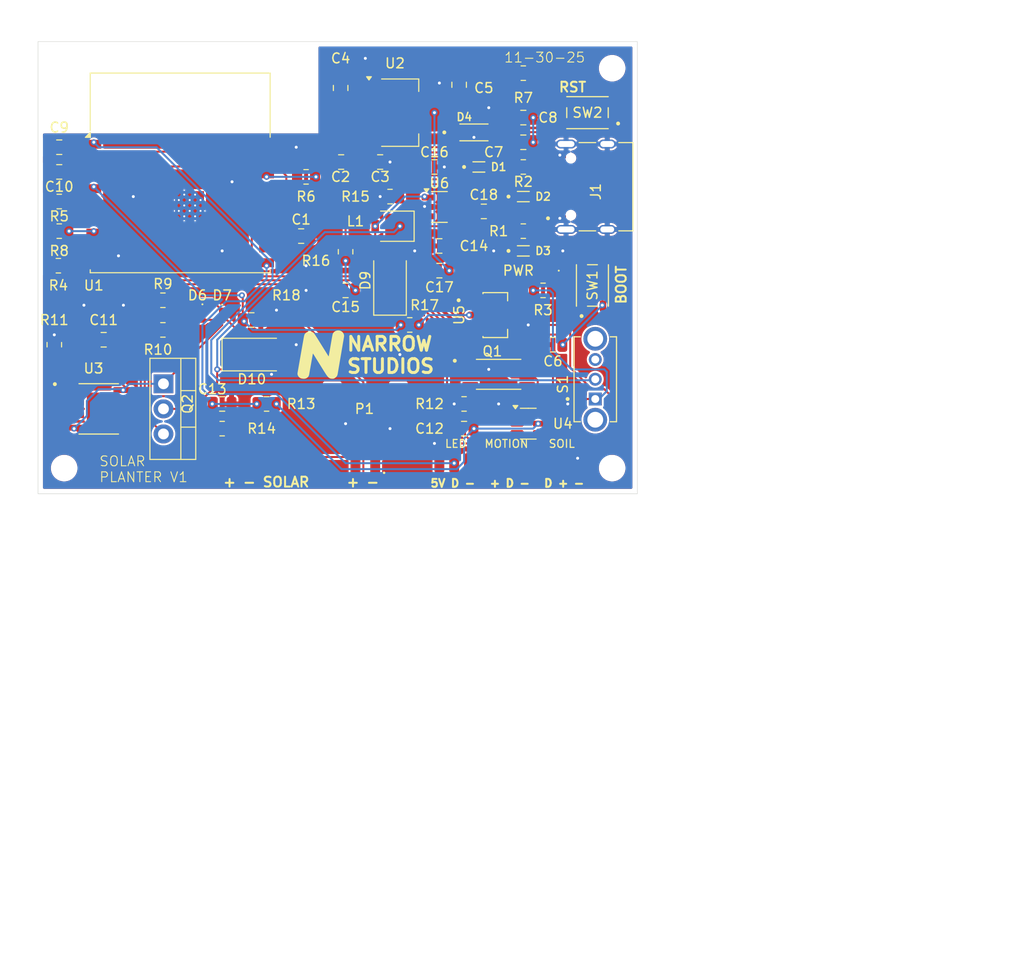
<source format=kicad_pcb>
(kicad_pcb (version 20240108) (generator "pcbnew") (generator_version "8.0")
  (layers (0 "F.Cu" signal) (31 "B.Cu" signal) (34 "B.Paste" user) (35 "F.Paste" user) (36 "B.SilkS" user "B.Silkscreen") (37 "F.SilkS" user "F.Silkscreen") (38 "B.Mask" user) (39 "F.Mask" user) (44 "Edge.Cuts" user))
  (net 0 "")
  (net 1 "GND")
  (net 2 "D-")
  (net 3 "VCC_5V")
  (net 4 "GPIO9")
  (net 5 "CHIP_PU")
  (net 6 "5V+")
  (net 7 "Net-(U4-VCC)")
  (net 8 "B-")
  (net 9 "B+")
  (net 10 "OUT+")
  (net 11 "BOOSTED_5V")
  (net 12 "D+")
  (net 13 "VBUS")
  (net 14 "Net-(D5-A)")
  (net 15 "Net-(D6-K)")
  (net 16 "Net-(D7-K)")
  (net 17 "Net-(D9-A)")
  (net 20 "Net-(J1-CC1)")
  (net 21 "Net-(J1-CC2)")
  (net 22 "A1")
  (net 23 "GPIO10")
  (net 24 "GPIO4")
  (net 26 "Net-(U4-OD)")
  (net 28 "Net-(U4-OC)")
  (net 29 "Net-(U1-IO2)")
  (net 30 "Net-(U1-IO8)")
  (net 31 "Net-(U3-~{CHRG})")
  (net 32 "Net-(U3-~{STDBY})")
  (net 33 "Net-(U3-PROG)")
  (net 34 "Net-(U4-CS)")
  (net 35 "Net-(U6-FB)")
  (net 36 "BAT_LVL")
  (net 37 "Net-(U1-3V3)")
  (net 48 "ESP_3V3")
  (footprint "Resistor_SMD:R_0805_2012Metric" (layer "F.Cu") (at 96 67.5)
    (property "Reference" "R9")
    (property "Value" "1k")
  )
  (footprint "Connector_Wire:SolderWirePad_1x01_SMD_1x2mm" (layer "F.Cu") (at 138 84)
    (property "Reference" "J3" (hide yes))
    (property "Value" "GND")
  )
  (footprint "Connector_Wire:SolderWirePad_1x01_SMD_1x2mm" (layer "F.Cu") (at 129.5 84)
    (property "Reference" "J7" (hide yes))
    (property "Value" "VCC_3V3")
  )
  (footprint "Resistor_SMD:R_0805_2012Metric" (layer "F.Cu") (at 119 57 180)
    (property "Reference" "R15")
    (property "Value" "1k")
  )
  (footprint "Resistor_SMD:R_0805_2012Metric" (layer "F.Cu") (at 132.5 60.5 180)
    (property "Reference" "R1")
    (property "Value" "5k1")
  )
  (footprint "Diode_SMD:D_SMP_DO-220AA" (layer "F.Cu") (at 119.1525 60 180)
    (property "Reference" "L1")
    (property "Value" "CD32")
  )
  (footprint "Package_TO_SOT_SMD:SOT-223-3_TabPin2" (layer "F.Cu") (at 120 48.5)
    (property "Reference" "U2")
    (property "Value" "AMS1117-3.3")
  )
  (footprint "Package_TO_SOT_SMD:SOT-23-6" (layer "F.Cu") (at 124 58.05)
    (property "Reference" "U6")
    (property "Value" "MT3608")
  )
  (footprint "Resistor_SMD:R_0805_2012Metric" (layer "F.Cu") (at 96 70.5)
    (property "Reference" "R10")
    (property "Value" "1k")
  )
  (footprint "Resistor_SMD:R_0805_2012Metric" (layer "F.Cu") (at 132.5 54 180)
    (property "Reference" "R2")
    (property "Value" "5k1")
  )
  (footprint "Connector_Wire:SolderWirePad_1x01_SMD_1x2mm" (layer "F.Cu") (at 105 84)
    (property "Reference" "J14" (hide yes))
    (property "Value" "GND")
  )
  (footprint "Connector_Wire:SolderWirePad_1x01_SMD_1x2mm" (layer "F.Cu") (at 127 84)
    (property "Reference" "J8" (hide yes))
    (property "Value" "GND")
  )
  (footprint "1N5819HW-7-F:SOD3715X145N" (layer "F.Cu") (at 127.5 50.5)
    (property "Reference" "D4")
    (property "Value" "1N5819HW-7-F")
  )
  (footprint "Capacitor_SMD:C_0805_2012Metric" (layer "F.Cu") (at 128.5 58.5)
    (property "Reference" "C18")
    (property "Value" "10uF")
  )
  (footprint "Connector_Wire:SolderWirePad_1x01_SMD_1x2mm" (layer "F.Cu") (at 125.5 84)
    (property "Reference" "J10" (hide yes))
    (property "Value" "DATA")
  )
  (footprint "EG1247:SW_EG1247" (layer "F.Cu") (at 139.7875 75.5 90)
    (property "Reference" "S1")
    (property "Value" "EG1247")
  )
  (footprint "S2B-PH-SM4-TB:JST_S2B-PH-SM4-TB" (layer "F.Cu") (at 116.5 83.375)
    (property "Reference" "P1")
    (property "Value" "S2B-PH-SM4-TB")
  )
  (footprint "Resistor_SMD:R_0805_2012Metric" (layer "F.Cu") (at 134.5 66.5)
    (property "Reference" "R3")
    (property "Value" "75")
  )
  (footprint "Connector_Wire:SolderWirePad_1x01_SMD_1x2mm" (layer "F.Cu") (at 135 84)
    (property "Reference" "J6" (hide yes))
    (property "Value" "DATA")
  )
  (footprint "Package_TO_SOT_THT:TO-220-3_Vertical" (layer "F.Cu") (at 96.055 75.96 -90)
    (property "Reference" "Q2")
    (property "Value" "FQP27P06")
  )
  (footprint "TYPE-C-31-M-12:HRO_TYPE-C-31-M-12" (layer "F.Cu") (at 141 56 90)
    (property "Reference" "J1")
    (property "Value" "TYPE-C-31-M-12")
  )
  (footprint "Resistor_SMD:R_0805_2012Metric" (layer "F.Cu") (at 85 72 90)
    (property "Reference" "R11")
    (property "Value" "10k")
  )
  (footprint "PTS810_SJM_250_SMTR_LFS:SW_PTS810_SJM_250_SMTR_LFS" (layer "F.Cu") (at 139 48.5 180)
    (property "Reference" "SW2")
    (property "Value" "PTS810_SJM_250_SMTR_LFS")
  )
  (footprint "Resistor_SMD:R_0805_2012Metric" (layer "F.Cu") (at 126.5 78 180)
    (property "Reference" "R12")
    (property "Value" "1k")
  )
  (footprint "Capacitor_SMD:C_0805_2012Metric" (layer "F.Cu") (at 114.5 66.5 180)
    (property "Reference" "C15")
    (property "Value" "22uF")
  )
  (footprint "Capacitor_SMD:C_0805_2012Metric" (layer "F.Cu") (at 124 64.5 180)
    (property "Reference" "C17")
    (property "Value" "10uF")
  )
  (footprint "Diode_SMD:D_SMA" (layer "F.Cu") (at 105.5 73)
    (property "Reference" "D10")
    (property "Value" "SS24")
  )
  (footprint "MountingHole:MountingHole_2.2mm_M2" (layer "F.Cu") (at 86 44)
    (property "Reference" "H4" (hide yes))
    (property "Value" "MountingHole")
  )
  (footprint "Resistor_SMD:R_0805_2012Metric" (layer "F.Cu") (at 110.5 55)
    (property "Reference" "R6")
    (property "Value" "10k")
  )
  (footprint "Capacitor_SMD:C_0805_2012Metric" (layer "F.Cu") (at 85.5 54.5 180)
    (property "Reference" "C10")
    (property "Value" "0u1F")
  )
  (footprint "Kicad-footprints:ns-logo" (layer "F.Cu") (at 112 73)
    (property "Reference" "e" (hide yes))
    (property "Value" "LOGO" (hide yes))
  )
  (footprint "MountingHole:MountingHole_2.2mm_M2" (layer "F.Cu") (at 86 84.5)
    (property "Reference" "H3" (hide yes))
    (property "Value" "MountingHole")
  )
  (footprint "Capacitor_SMD:C_0805_2012Metric" (layer "F.Cu") (at 124 62 180)
    (property "Reference" "C14")
    (property "Value" "22uF")
  )
  (footprint "Resistor_SMD:R_0805_2012Metric" (layer "F.Cu") (at 132.5 44.5)
    (property "Reference" "R7")
    (property "Value" "10k")
  )
  (footprint "Package_TO_SOT_SMD:SOT-23-6" (layer "F.Cu") (at 133 80)
    (property "Reference" "U4")
    (property "Value" "DW01A")
  )
  (footprint "Capacitor_SMD:C_0805_2012Metric" (layer "F.Cu") (at 123.5 54)
    (property "Reference" "C16")
    (property "Value" "22pF")
  )
  (footprint "RF_Module:ESP32-C3-WROOM-02" (layer "F.Cu") (at 97.75 57.7)
    (property "Reference" "U1")
    (property "Value" "ESP32-C3-WROOM-02")
  )
  (footprint "Capacitor_SMD:C_0805_2012Metric" (layer "F.Cu") (at 132.5 51.5 180)
    (property "Reference" "C7")
    (property "Value" "0u1F")
  )
  (footprint "Connector_Wire:SolderWirePad_1x01_SMD_1x2mm" (layer "F.Cu") (at 131 84)
    (property "Reference" "J13" (hide yes))
    (property "Value" "DATA")
  )
  (footprint "Resistor_SMD:R_0805_2012Metric" (layer "F.Cu") (at 105 69.5)
    (property "Reference" "R18")
    (property "Value" "100k")
  )
  (footprint "Resistor_SMD:R_0805_2012Metric" (layer "F.Cu") (at 121 70 180)
    (property "Reference" "R17")
    (property "Value" "27k")
  )
  (footprint "PTS810_SJM_250_SMTR_LFS:SW_PTS810_SJM_250_SMTR_LFS" (layer "F.Cu") (at 139.5 66 90)
    (property "Reference" "SW1")
    (property "Value" "PTS810_SJM_250_SMTR_LFS")
  )
  (footprint "LED_SMD:LED_0402_1005Metric" (layer "F.Cu") (at 100 69 -90)
    (property "Reference" "D6")
    (property "Value" "B")
  )
  (footprint "Capacitor_SMD:C_0805_2012Metric" (layer "F.Cu") (at 102 78)
    (property "Reference" "C13")
    (property "Value" "10uF")
  )
  (footprint "Connector_Wire:SolderWirePad_1x01_SMD_1x2mm" (layer "F.Cu") (at 136.5 84)
    (property "Reference" "J12" (hide yes))
    (property "Value" "VCC_3V3")
  )
  (footprint "Capacitor_SMD:C_0805_2012Metric" (layer "F.Cu") (at 114 46 90)
    (property "Reference" "C4")
    (property "Value" "10uF")
  )
  (footprint "Resistor_SMD:R_0805_2012Metric" (layer "F.Cu") (at 85.5 57.5)
    (property "Reference" "R5")
    (property "Value" "10k")
  )
  (footprint "MountingHole:MountingHole_2.2mm_M2" (layer "F.Cu") (at 141.5 84.5)
    (property "Reference" "H1" (hide yes))
    (property "Value" "MountingHole")
  )
  (footprint "Resistor_SMD:R_0805_2012Metric" (layer "F.Cu") (at 114.5 62.5875 -90)
    (property "Reference" "R16")
    (property "Value" "7.5k")
  )
  (footprint "Connector_Wire:SolderWirePad_1x01_SMD_1x2mm" (layer "F.Cu") (at 124 84 180)
    (property "Reference" "J9" (hide yes))
    (property "Value" "5V")
  )
  (footprint "MountingHole:MountingHole_2.2mm_M2" (layer "F.Cu") (at 141.5 44)
    (property "Reference" "H2" (hide yes))
    (property "Value" "MountingHole")
  )
  (footprint "FS8205A:SOP65P640X120-8N" (layer "F.Cu") (at 130 75)
    (property "Reference" "Q1")
    (property "Value" "FS8205A")
  )
  (footprint "LED_SMD:LED_0402_1005Metric" (layer "F.Cu") (at 102 69.03 -90)
    (property "Reference" "D7")
    (property "Value" "R")
  )
  (footprint "TP4056:SOP127P600X175-9N" (layer "F.Cu") (at 89.5 78.5)
    (property "Reference" "U3")
    (property "Value" "TP4056")
  )
  (footprint "Capacitor_SMD:C_0805_2012Metric" (layer "F.Cu") (at 132.5 49 180)
    (property "Reference" "C8")
    (property "Value" "1uF")
  )
  (footprint "Capacitor_SMD:C_0805_2012Metric" (layer "F.Cu") (at 118 53.5)
    (property "Reference" "C3")
    (property "Value" "0u1F")
  )
  (footprint "Diode_SMD:D_SMA" (layer "F.Cu") (at 119 65.5 90)
    (property "Reference" "D9")
    (property "Value" "SS34")
  )
  (footprint "Capacitor_SMD:C_0805_2012Metric" (layer "F.Cu") (at 126 45.675 90)
    (property "Reference" "C5")
    (property "Value" "0u1F")
  )
  (footprint "Resistor_SMD:R_0805_2012Metric" (layer "F.Cu") (at 85.5 60.5)
    (property "Reference" "R8")
    (property "Value" "10k")
  )
  (footprint "LESD5D5.0CT1G:TVS_LESD5D5.0CT1G" (layer "F.Cu") (at 132.5 57)
    (property "Reference" "D2")
    (property "Value" "LESD5D5.0CT1G")
  )
  (footprint "Resistor_SMD:R_0805_2012Metric" (layer "F.Cu") (at 85.4125 64)
    (property "Reference" "R4")
    (property "Value" "10k")
  )
  (footprint "HT7333:IC_HT7333" (layer "F.Cu") (at 129.5 69 -90)
    (property "Reference" "U5")
    (property "Value" "HT7333")
  )
  (footprint "Capacitor_SMD:C_0805_2012Metric" (layer "F.Cu") (at 90 71.5 180)
    (property "Reference" "C11")
    (property "Value" "0u1F")
  )
  (footprint "Resistor_SMD:R_0805_2012Metric" (layer "F.Cu") (at 106.5 78 180)
    (property "Reference" "R13")
    (property "Value" "100")
  )
  (footprint "Capacitor_SMD:C_0805_2012Metric" (layer "F.Cu") (at 110 61)
    (property "Reference" "C1")
    (property "Value" "22pF")
  )
  (footprint "LESD5D5.0CT1G:TVS_LESD5D5.0CT1G" (layer "F.Cu") (at 132.5 62.5)
    (property "Reference" "D3")
    (property "Value" "LESD5D5.0CT1G")
  )
  (footprint "Capacitor_SMD:C_0805_2012Metric" (layer "F.Cu") (at 126.5 80.5 180)
    (property "Reference" "C12")
    (property "Value" "0u1F")
  )
  (footprint "LESD5D5.0CT1G:TVS_LESD5D5.0CT1G" (layer "F.Cu") (at 128 54)
    (property "Reference" "D1")
    (property "Value" "LESD5D5.0CT1G")
  )
  (footprint "Connector_Wire:SolderWirePad_1x01_SMD_1x2mm" (layer "F.Cu") (at 103 84)
    (property "Reference" "J2" (hide yes))
    (property "Value" "VCC_4V")
  )
  (footprint "Resistor_SMD:R_0805_2012Metric" (layer "F.Cu") (at 102 80.5 180)
    (property "Reference" "R14")
    (property "Value" "10k")
  )
  (footprint "Capacitor_SMD:C_0805_2012Metric" (layer "F.Cu") (at 114.05 53.5 180)
    (property "Reference" "C2")
    (property "Value" "10uF")
  )
  (footprint "Connector_Wire:SolderWirePad_1x01_SMD_1x2mm" (layer "F.Cu") (at 132.5 84)
    (property "Reference" "J11" (hide yes))
    (property "Value" "GND")
  )
  (footprint "Capacitor_SMD:C_0805_2012Metric" (layer "F.Cu") (at 85.5 52 180)
    (property "Reference" "C9")
    (property "Value" "10uF")
  )
  (footprint "Capacitor_SMD:C_0805_2012Metric" (layer "F.Cu") (at 135.5 72 180)
    (property "Reference" "C6")
    (property "Value" "0u1F")
  )
  (footprint "LED_SMD:LED_0402_1005Metric" (layer "F.Cu") (at 135 64.5 180)
    (property "Reference" "PWR")
    (property "Value" "PWRLED")
  )
  (gr_rect (start 83.35 41.3) (end 144.05 87.1) (stroke (width 0.05)) (fill none) (layer "Edge.Cuts"))
  (gr_text "5V D -" (at 123 86.5 0) (layer "F.SilkS") (effects (font (size 0.8 0.8) (thickness 0.2) (bold yes)) (justify left bottom)))
  (gr_text "+ D -" (at 129 86.5 0) (layer "F.SilkS") (effects (font (size 0.8 0.8) (thickness 0.2) (bold yes)) (justify left bottom)))
  (gr_text "SOLAR\nPLANTER V1" (at 89.5 86 0) (layer "F.SilkS") (effects (font (size 1 1) (thickness 0.1)) (justify left bottom)))
  (gr_text "MOTION" (at 128.5 82.5 0) (layer "F.SilkS") (effects (font (size 0.8 0.8) (thickness 0.125) (bold yes)) (justify left bottom)))
  (gr_text "LED" (at 124.5 82.5 0) (layer "F.SilkS") (effects (font (size 0.8 0.8) (thickness 0.125) (bold yes)) (justify left bottom)))
  (gr_text "BOOT" (at 143 68 90) (layer "F.SilkS") (effects (font (size 1 1) (thickness 0.2) (bold yes)) (justify left bottom)))
  (gr_text "NARROW\nSTUDIOS" (at 114.5 75 0) (layer "F.SilkS") (effects (font (size 1.4 1.4) (thickness 0.3) (bold yes)) (justify left bottom)))
  (gr_text "D + -" (at 134.5 86.5 0) (layer "F.SilkS") (effects (font (size 0.8 0.8) (thickness 0.2) (bold yes)) (justify left bottom)))
  (gr_text "SOIL" (at 135 82.5 0) (layer "F.SilkS") (effects (font (size 0.8 0.8) (thickness 0.125) (bold yes)) (justify left bottom)))
  (gr_text "+ -" (at 114.5 86.5 0) (layer "F.SilkS") (effects (font (size 1 1) (thickness 0.2) (bold yes)) (justify left bottom)))
  (gr_text "RST" (at 136 46.5 0) (layer "F.SilkS") (effects (font (size 1 1) (thickness 0.2) (bold yes)) (justify left bottom)))
  (gr_text "11-30-25" (at 130.5 43.5 0) (layer "F.SilkS") (effects (font (size 1 1) (thickness 0.1)) (justify left bottom)))
  (gr_text "+ - SOLAR" (at 102 86.5 0) (layer "F.SilkS") (effects (font (size 1 1) (thickness 0.2) (bold yes)) (justify left bottom)))
  (segment (start 98.71 57.35) (end 98.16 57.9) (width 0.2) (layer "F.Cu") (net 1))
  (segment (start 98.16 56.8) (end 99.26 56.8) (width 0.2) (layer "F.Cu") (net 1))
  (segment (start 98.16 59) (end 99.26 59) (width 0.2) (layer "F.Cu") (net 1))
  (segment (start 99.81 57.35) (end 99.26 56.8) (width 0.2) (layer "F.Cu") (net 1))
  (segment (start 98.16 56.8) (end 97.61 57.35) (width 0.2) (layer "F.Cu") (net 1))
  (segment (start 105.9125 69.5) (end 105.9125 68.9125) (width 0.2) (layer "F.Cu") (net 1))
  (via (at 120 73) (size 0.6) (drill 0.3) (layers "F.Cu" "B.Cu") (net 1))
  (via (at 133 70) (size 0.6) (drill 0.3) (layers "F.Cu" "B.Cu") (net 1))
  (via (at 119 80.5) (size 0.6) (drill 0.3) (layers "F.Cu" "B.Cu") (net 1))
  (via (at 93 57) (size 0.6) (drill 0.3) (layers "F.Cu" "B.Cu") (net 1))
  (via (at 92 68) (size 0.6) (drill 0.3) (layers "F.Cu" "B.Cu") (net 1))
  (via (at 136.2 59.2) (size 0.6) (drill 0.3) (layers "F.Cu" "B.Cu") (net 1))
  (via (at 118 57) (size 0.6) (drill 0.3) (layers "F.Cu" "B.Cu") (net 1))
  (via (at 85 71) (size 0.6) (drill 0.3) (layers "F.Cu" "B.Cu") (net 1))
  (via (at 124.5 54) (size 0.6) (drill 0.3) (layers "F.Cu" "B.Cu") (net 1))
  (via (at 107 75) (size 0.6) (drill 0.3) (layers "F.Cu" "B.Cu") (net 1))
  (via (at 109.5 72) (size 0.6) (drill 0.3) (layers "F.Cu" "B.Cu") (net 1))
  (via (at 125.5 78) (size 0.6) (drill 0.3) (layers "F.Cu" "B.Cu") (net 1))
  (via (at 102 62.5) (size 0.6) (drill 0.3) (layers "F.Cu" "B.Cu") (net 1))
  (via (at 91.5 63) (size 0.6) (drill 0.3) (layers "F.Cu" "B.Cu") (net 1))
  (via (at 114.5 80) (size 0.6) (drill 0.3) (layers "F.Cu" "B.Cu") (net 1))
  (via (at 109.5 52) (size 0.6) (drill 0.3) (layers "F.Cu" "B.Cu") (net 1))
  (via (at 110.5 66.5) (size 0.6) (drill 0.3) (layers "F.Cu" "B.Cu") (net 1))
  (via (at 110.5 64) (size 0.6) (drill 0.3) (layers "F.Cu" "B.Cu") (net 1))
  (via (at 103 55.5) (size 0.6) (drill 0.3) (layers "F.Cu" "B.Cu") (net 1))
  (via (at 136.5 62.5) (size 0.6) (drill 0.3) (layers "F.Cu" "B.Cu") (net 1))
  (via (at 136.2 52.8) (size 0.6) (drill 0.3) (layers "F.Cu" "B.Cu") (net 1))
  (via (at 123.5 82) (size 0.6) (drill 0.3) (layers "F.Cu" "B.Cu") (net 1))
  (via (at 119 53.5) (size 0.6) (drill 0.3) (layers "F.Cu" "B.Cu") (net 1))
  (via (at 130 78) (size 0.6) (drill 0.3) (layers "F.Cu" "B.Cu") (net 1))
  (via (at 137 78) (size 0.6) (drill 0.3) (layers "F.Cu" "B.Cu") (net 1))
  (via (at 129 74.5) (size 0.6) (drill 0.3) (layers "F.Cu" "B.Cu") (net 1))
  (via (at 124 45.5) (size 0.6) (drill 0.3) (layers "F.Cu" "B.Cu") (net 1))
  (via (at 122.5 58) (size 0.6) (drill 0.3) (layers "F.Cu" "B.Cu") (net 1))
  (via (at 88 68) (size 0.6) (drill 0.3) (layers "F.Cu" "B.Cu") (net 1))
  (via (at 116.5 43) (size 0.6) (drill 0.3) (layers "F.Cu" "B.Cu") (net 1))
  (via (at 107.5 68.5) (size 0.6) (drill 0.3) (layers "F.Cu" "B.Cu") (net 1))
  (via (at 129.5 62.5) (size 0.6) (drill 0.3) (layers "F.Cu" "B.Cu") (net 1))
  (via (at 127.5 51) (size 0.6) (drill 0.3) (layers "F.Cu" "B.Cu") (net 1))
  (via (at 138 83.5) (size 0.6) (drill 0.3) (layers "F.Cu" "B.Cu") (net 1))
  (via (at 129 48) (size 0.6) (drill 0.3) (layers "F.Cu" "B.Cu") (net 1))
  (via (at 121.5 62.5) (size 0.6) (drill 0.3) (layers "F.Cu" "B.Cu") (net 1))
  (segment (start 115.22543 55.75) (end 112.87543 58.1) (width 0.2) (layer "F.Cu") (net 2))
  (segment (start 133.5 55.75) (end 115.22543 55.75) (width 0.2) (layer "F.Cu") (net 2))
  (segment (start 136.25 55.75) (end 134.5 55.75) (width 0.2) (layer "F.Cu") (net 2))
  (segment (start 109.05 59.05) (end 110 58.1) (width 0.2) (layer "F.Cu") (net 2))
  (segment (start 136.25 56.75) (end 135.5 56.75) (width 0.2) (layer "F.Cu") (net 2))
  (segment (start 112.87543 58.1) (end 110 58.1) (width 0.2) (layer "F.Cu") (net 2))
  (segment (start 135.5 56.75) (end 134.5 55.75) (width 0.2) (layer "F.Cu") (net 2))
  (segment (start 134.5 55.75) (end 134 55.75) (width 0.2) (layer "F.Cu") (net 2))
  (segment (start 134 55.75) (end 133.5 55.75) (width 0.2) (layer "F.Cu") (net 2))
  (segment (start 109.05 61) (end 109.05 59.05) (width 0.2) (layer "F.Cu") (net 2))
  (segment (start 133.16 57) (end 133.16 56.59) (width 0.2) (layer "F.Cu") (net 2))
  (segment (start 107.3 59.2) (end 106.5 59.2) (width 0.2) (layer "F.Cu") (net 2))
  (segment (start 110 58.1) (end 108.4 58.1) (width 0.2) (layer "F.Cu") (net 2))
  (segment (start 133.16 56.59) (end 134 55.75) (width 0.2) (layer "F.Cu") (net 2))
  (segment (start 108.4 58.1) (end 107.3 59.2) (width 0.2) (layer "F.Cu") (net 2))
  (segment (start 125 52) (end 125.82 51.18) (width 0.2) (layer "F.Cu") (net 3))
  (segment (start 116.85 50.8) (end 118.3 50.8) (width 0.2) (layer "F.Cu") (net 3))
  (segment (start 116.85 50.8) (end 116.85 53.3) (width 0.2) (layer "F.Cu") (net 3))
  (segment (start 116.85 53.3) (end 117.05 53.5) (width 0.2) (layer "F.Cu") (net 3))
  (segment (start 115 53.5) (end 117.05 53.5) (width 0.2) (layer "F.Cu") (net 3))
  (segment (start 119.5 52) (end 125 52) (width 0.2) (layer "F.Cu") (net 3))
  (segment (start 125.82 51.18) (end 125.82 50.5) (width 0.2) (layer "F.Cu") (net 3))
  (segment (start 118.3 50.8) (end 119.5 52) (width 0.2) (layer "F.Cu") (net 3))
  (segment (start 140.5 68) (end 140.575 68.075) (width 0.2) (layer "F.Cu") (net 4))
  (segment (start 132.5 72) (end 126.565686 72) (width 0.2) (layer "F.Cu") (net 4))
  (segment (start 89 62.5) (end 87.825 62.5) (width 0.2) (layer "F.Cu") (net 4))
  (segment (start 140.575 63.925) (end 140.5 68) (width 0.2) (layer "F.Cu") (net 4))
  (segment (start 135.925 70.975) (end 133.525 70.975) (width 0.2) (layer "F.Cu") (net 4))
  (segment (start 126.565686 72) (end 120.040686 65.475) (width 0.2) (layer "F.Cu") (net 4))
  (segment (start 87.825 62.5) (end 86.325 64) (width 0.2) (layer "F.Cu") (net 4))
  (segment (start 89 62.2) (end 89 62.2) (width 0.2) (layer "F.Cu") (net 4))
  (segment (start 136.45 71.5) (end 135.925 70.975) (width 0.2) (layer "F.Cu") (net 4))
  (segment (start 88.7 62.5) (end 88.7 62.5) (width 0.2) (layer "F.Cu") (net 4))
  (segment (start 89 62.5) (end 89 62.2) (width 0.2) (layer "F.Cu") (net 4))
  (segment (start 87.8 65.475) (end 86.325 64) (width 0.2) (layer "F.Cu") (net 4))
  (segment (start 120.040686 65.475) (end 87.8 65.475) (width 0.2) (layer "F.Cu") (net 4))
  (segment (start 133.525 70.975) (end 132.5 72) (width 0.2) (layer "F.Cu") (net 4))
  (via (at 136.5 72) (size 0.6) (drill 0.3) (layers "F.Cu" "B.Cu") (net 4))
  (via (at 140.5 68) (size 0.6) (drill 0.3) (layers "F.Cu" "B.Cu") (net 4))
  (segment (start 136.5 72) (end 140.5 68) (width 0.2) (layer "B.Cu") (net 4))
  (segment (start 132.425 52.525) (end 133.45 51.5) (width 0.2) (layer "F.Cu") (net 5))
  (segment (start 88.7 53.2) (end 89 53.2) (width 0.2) (layer "F.Cu") (net 5))
  (segment (start 114.994058 54.85) (end 119.65 54.85) (width 0.2) (layer "F.Cu") (net 5))
  (segment (start 121.975 52.525) (end 132.425 52.525) (width 0.2) (layer "F.Cu") (net 5))
  (segment (start 87.5 56.4125) (end 87.5 54.4) (width 0.2) (layer "F.Cu") (net 5))
  (segment (start 86.4125 57.5) (end 87.5 56.4125) (width 0.2) (layer "F.Cu") (net 5))
  (segment (start 112.894058 56.95) (end 114.994058 54.85) (width 0.2) (layer "F.Cu") (net 5))
  (segment (start 108.5 54.9) (end 108.5 56.5) (width 0.2) (layer "F.Cu") (net 5))
  (segment (start 108.5 56.5) (end 108.95 56.95) (width 0.2) (layer "F.Cu") (net 5))
  (segment (start 134 44.5) (end 135.5 44.5) (width 0.2) (layer "F.Cu") (net 5))
  (segment (start 107.55 53.95) (end 108.5 54.9) (width 0.2) (layer "F.Cu") (net 5))
  (segment (start 133.5 51.5) (end 133.5 51.45) (width 0.2) (layer "F.Cu") (net 5))
  (segment (start 136.925 47.425) (end 141.075 47.425) (width 0.2) (layer "F.Cu") (net 5))
  (segment (start 133.5 49) (end 134.475 49) (width 0.2) (layer "F.Cu") (net 5))
  (segment (start 135.5 44.5) (end 136.925 45.925) (width 0.2) (layer "F.Cu") (net 5))
  (segment (start 136.05 47.425) (end 136.925 47.425) (width 0.2) (layer "F.Cu") (net 5))
  (segment (start 133.5 51.45) (end 133.45 51.5) (width 0.2) (layer "F.Cu") (net 5))
  (segment (start 133.45 49) (end 133.5 49) (width 0.2) (layer "F.Cu") (net 5))
  (segment (start 136.925 45.925) (end 136.925 47.425) (width 0.2) (layer "F.Cu") (net 5))
  (segment (start 89.75 53.95) (end 107.55 53.95) (width 0.2) (layer "F.Cu") (net 5))
  (segment (start 133.45 51.5) (end 133.5 51.5) (width 0.2) (layer "F.Cu") (net 5))
  (segment (start 108.95 56.95) (end 112.894058 56.95) (width 0.2) (layer "F.Cu") (net 5))
  (segment (start 119.65 54.85) (end 121.975 52.525) (width 0.2) (layer "F.Cu") (net 5))
  (segment (start 89 53.2) (end 89.75 53.95) (width 0.2) (layer "F.Cu") (net 5))
  (segment (start 87.5 54.4) (end 88.7 53.2) (width 0.2) (layer "F.Cu") (net 5))
  (segment (start 134.475 49) (end 136.05 47.425) (width 0.2) (layer "F.Cu") (net 5))
  (via (at 133.5 49) (size 0.6) (drill 0.3) (layers "F.Cu" "B.Cu") (net 5))
  (via (at 133.5 51.5) (size 0.6) (drill 0.3) (layers "F.Cu" "B.Cu") (net 5))
  (segment (start 133.5 49) (end 133.5 51.5) (width 0.2) (layer "B.Cu") (net 5))
  (segment (start 90.95 75.07) (end 92.475 76.595) (width 0.2) (layer "F.Cu") (net 6))
  (segment (start 107.5 73) (end 106 73) (width 0.2) (layer "F.Cu") (net 6))
  (segment (start 100 69.485) (end 101.97 69.485) (width 0.2) (layer "F.Cu") (net 6))
  (segment (start 87 80.38) (end 87 80.5) (width 0.2) (layer "F.Cu") (net 6))
  (segment (start 102 69.515) (end 102 70.015) (width 0.2) (layer "F.Cu") (net 6))
  (segment (start 91 75) (end 90.95 75.05) (width 0.2) (layer "F.Cu") (net 6))
  (segment (start 90.95 71.5) (end 90.95 74.95) (width 0.2) (layer "F.Cu") (net 6))
  (segment (start 101.97 69.485) (end 102 69.515) (width 0.2) (layer "F.Cu") (net 6))
  (segment (start 106 73) (end 102.515 69.515) (width 0.2) (layer "F.Cu") (net 6))
  (segment (start 102 84) (end 103 84) (width 0.2) (layer "F.Cu") (net 6))
  (segment (start 86.39 80.405) (end 87.525 80.405) (width 0.2) (layer "F.Cu") (net 6))
  (segment (start 101.0875 80.5) (end 101.0875 83.0875) (width 0.2) (layer "F.Cu") (net 6))
  (segment (start 90.62 84) (end 102 84) (width 0.2) (layer "F.Cu") (net 6))
  (segment (start 102 70.015) (end 96.055 75.96) (width 0.2) (layer "F.Cu") (net 6))
  (segment (start 90.95 75.05) (end 90.95 75.07) (width 0.2) (layer "F.Cu") (net 6))
  (segment (start 102.515 69.515) (end 102 69.515) (width 0.2) (layer "F.Cu") (net 6))
  (segment (start 87.025 80.405) (end 87 80.38) (width 0.2) (layer "F.Cu") (net 6))
  (segment (start 90.95 74.95) (end 91 75) (width 0.2) (layer "F.Cu") (net 6))
  (segment (start 87 80.5) (end 87.12 80.5) (width 0.2) (layer "F.Cu") (net 6))
  (segment (start 101.0875 83.0875) (end 102 84) (width 0.2) (layer "F.Cu") (net 6))
  (segment (start 87.12 80.5) (end 90.62 84) (width 0.2) (layer "F.Cu") (net 6))
  (via (at 91.975 76.595) (size 0.6) (drill 0.3) (layers "F.Cu" "B.Cu") (net 6))
  (via (at 87 80.5) (size 0.6) (drill 0.3) (layers "F.Cu" "B.Cu") (net 6))
  (segment (start 92.61 75.96) (end 96.055 75.96) (width 0.2) (layer "B.Cu") (net 6))
  (segment (start 91.975 76.595) (end 92.61 75.96) (width 0.2) (layer "B.Cu") (net 6))
  (segment (start 91.975 76.595) (end 91.88 76.5) (width 0.2) (layer "B.Cu") (net 6))
  (segment (start 91.88 76.5) (end 89.5 76.5) (width 0.2) (layer "B.Cu") (net 6))
  (segment (start 89.5 76.5) (end 88.3 77.7) (width 0.2) (layer "B.Cu") (net 6))
  (segment (start 88.3 77.7) (end 88.3 79.2) (width 0.2) (layer "B.Cu") (net 6))
  (segment (start 88.3 79.2) (end 87 80.5) (width 0.2) (layer "B.Cu") (net 6))
  (via (at 127.5 80.5) (size 0.6) (drill 0.3) (layers "F.Cu" "B.Cu") (net 7))
  (via (at 107.5 78) (size 0.6) (drill 0.3) (layers "F.Cu" "B.Cu") (net 7))
  (via (at 134 80) (size 0.6) (drill 0.3) (layers "F.Cu" "B.Cu") (net 7))
  (segment (start 125.748529 84.6) (end 126.5 83.848529) (width 0.2) (layer "B.Cu") (net 7))
  (segment (start 114.1 84.6) (end 125.748529 84.6) (width 0.2) (layer "B.Cu") (net 7))
  (segment (start 133.5 80.5) (end 134 80) (width 0.2) (layer "B.Cu") (net 7))
  (segment (start 126.5 81.5) (end 127.5 80.5) (width 0.2) (layer "B.Cu") (net 7))
  (segment (start 126.5 83.848529) (end 126.5 81.5) (width 0.2) (layer "B.Cu") (net 7))
  (segment (start 127.5 80.5) (end 133.5 80.5) (width 0.2) (layer "B.Cu") (net 7))
  (segment (start 107.5 78) (end 114.1 84.6) (width 0.2) (layer "B.Cu") (net 7))
  (segment (start 126 73) (end 129 73) (width 0.2) (layer "F.Cu") (net 8))
  (segment (start 123.5 80.5) (end 125.55 80.5) (width 0.2) (layer "F.Cu") (net 8))
  (segment (start 120.625 83.375) (end 123.5 80.5) (width 0.2) (layer "F.Cu") (net 8))
  (segment (start 117.5 83.375) (end 120.625 83.375) (width 0.2) (layer "F.Cu") (net 8))
  (segment (start 123.5 80.5) (end 124.775 79.225) (width 0.2) (layer "F.Cu") (net 8))
  (segment (start 133.66 75.325) (end 132.88 75.325) (width 0.2) (layer "F.Cu") (net 8))
  (segment (start 129 73) (end 131.325 75.325) (width 0.2) (layer "F.Cu") (net 8))
  (segment (start 124.775 79.225) (end 124.775 74.225) (width 0.2) (layer "F.Cu") (net 8))
  (segment (start 124.775 74.225) (end 126 73) (width 0.2) (layer "F.Cu") (net 8))
  (segment (start 134.1375 79.05) (end 133.96 78.8725) (width 0.2) (layer "F.Cu") (net 8))
  (segment (start 131.325 75.325) (end 132.88 75.325) (width 0.2) (layer "F.Cu") (net 8))
  (segment (start 132.88 75.325) (end 132.88 74.675) (width 0.2) (layer "F.Cu") (net 8))
  (segment (start 133.96 75.625) (end 133.66 75.325) (width 0.2) (layer "F.Cu") (net 8))
  (segment (start 133.96 78.8725) (end 133.96 75.625) (width 0.2) (layer "F.Cu") (net 8))
  (segment (start 101.05 78) (end 101.05 78) (width 0.2) (layer "F.Cu") (net 9))
  (segment (start 92.475 80.405) (end 92.475 81.975) (width 0.2) (layer "F.Cu") (net 9))
  (segment (start 97.5 82.5) (end 98.5 81.5) (width 0.2) (layer "F.Cu") (net 9))
  (segment (start 98.5 79.5) (end 99.5 78.5) (width 0.2) (layer "F.Cu") (net 9))
  (segment (start 96.055 78.5) (end 99.5 78.5) (width 0.2) (layer "F.Cu") (net 9))
  (segment (start 98.5 81.5) (end 98.5 79.5) (width 0.2) (layer "F.Cu") (net 9))
  (segment (start 100.55 78.5) (end 101 78.05) (width 0.2) (layer "F.Cu") (net 9))
  (segment (start 108.375 83.375) (end 115.5 83.375) (width 0.2) (layer "F.Cu") (net 9))
  (segment (start 93 82.5) (end 97.5 82.5) (width 0.2) (layer "F.Cu") (net 9))
  (segment (start 105.5 78) (end 105.5 77.9125) (width 0.2) (layer "F.Cu") (net 9))
  (segment (start 105.5 77.9125) (end 106.5875 79) (width 0.2) (layer "F.Cu") (net 9))
  (segment (start 101 78.05) (end 101 78) (width 0.2) (layer "F.Cu") (net 9))
  (segment (start 105.5875 78) (end 105.5875 78) (width 0.2) (layer "F.Cu") (net 9))
  (segment (start 106.5875 79) (end 106.5875 81.5875) (width 0.2) (layer "F.Cu") (net 9))
  (segment (start 99.5 78.5) (end 100.55 78.5) (width 0.2) (layer "F.Cu") (net 9))
  (segment (start 92.475 81.975) (end 93 82.5) (width 0.2) (layer "F.Cu") (net 9))
  (segment (start 106.5875 81.5875) (end 108.375 83.375) (width 0.2) (layer "F.Cu") (net 9))
  (segment (start 101 78) (end 101.05 78) (width 0.2) (layer "F.Cu") (net 9))
  (segment (start 105.5875 78) (end 105.5 78) (width 0.2) (layer "F.Cu") (net 9))
  (via (at 105.5 78) (size 0.6) (drill 0.3) (layers "F.Cu" "B.Cu") (net 9))
  (via (at 101 78) (size 0.6) (drill 0.3) (layers "F.Cu" "B.Cu") (net 9))
  (segment (start 101 78) (end 105.5 78) (width 0.2) (layer "B.Cu") (net 9))
  (segment (start 124.1375 60) (end 125.1375 59) (width 0.2) (layer "F.Cu") (net 10))
  (segment (start 127.1 58.05) (end 127.55 58.5) (width 0.2) (layer "F.Cu") (net 10))
  (segment (start 127.5 62) (end 128.55 63.05) (width 0.2) (layer "F.Cu") (net 10))
  (segment (start 124.1375 60.6875) (end 124.95 61.5) (width 0.2) (layer "F.Cu") (net 10))
  (segment (start 101.485 76.055256) (end 101.040256 76.5) (width 0.2) (layer "F.Cu") (net 10))
  (segment (start 125.1375 58.05) (end 125.1375 59) (width 0.2) (layer "F.Cu") (net 10))
  (segment (start 102 74.5) (end 103.5 73) (width 0.2) (layer "F.Cu") (net 10))
  (segment (start 101.485 74.5) (end 101.5 74.5) (width 0.2) (layer "F.Cu") (net 10))
  (segment (start 119.851 59.5) (end 119.851 60) (width 0.2) (layer "F.Cu") (net 10))
  (segment (start 128.55 68.05) (end 127.6 69) (width 0.2) (layer "F.Cu") (net 10))
  (segment (start 94.755 79.74) (end 94.755 77.9575) (width 0.2) (layer "F.Cu") (net 10))
  (segment (start 101.5 74.5) (end 101.485 76.055256) (width 0.2) (layer "F.Cu") (net 10))
  (segment (start 120 60) (end 124.1375 60) (width 0.2) (layer "F.Cu") (net 10))
  (segment (start 125.1375 58.05) (end 127.1 58.05) (width 0.2) (layer "F.Cu") (net 10))
  (segment (start 95.5 77.2125) (end 100.327756 77.2125) (width 0.2) (layer "F.Cu") (net 10))
  (segment (start 124.95 59.1875) (end 125.1375 59) (width 0.2) (layer "F.Cu") (net 10))
  (segment (start 124.1375 60) (end 124.1375 60.6875) (width 0.2) (layer "F.Cu") (net 10))
  (segment (start 128.55 63.05) (end 128.55 68.05) (width 0.2) (layer "F.Cu") (net 10))
  (segment (start 120.5 60.649) (end 119.851 60) (width 0.2) (layer "F.Cu") (net 10))
  (segment (start 124.95 62) (end 127.5 62) (width 0.2) (layer "F.Cu") (net 10))
  (segment (start 94.755 77.9575) (end 95.5 77.2125) (width 0.2) (layer "F.Cu") (net 10))
  (segment (start 100.327756 77.2125) (end 101.002756 76.5375) (width 0.2) (layer "F.Cu") (net 10))
  (segment (start 101.5 74.5) (end 102 74.5) (width 0.2) (layer "F.Cu") (net 10))
  (segment (start 124.95 61.5) (end 124.95 62) (width 0.2) (layer "F.Cu") (net 10))
  (segment (start 96.055 81.04) (end 94.755 79.74) (width 0.2) (layer "F.Cu") (net 10))
  (segment (start 119.851 60) (end 120 60) (width 0.2) (layer "F.Cu") (net 10))
  (via (at 127 69) (size 0.6) (drill 0.3) (layers "F.Cu" "B.Cu") (net 10))
  (via (at 101.5 74.5) (size 0.6) (drill 0.3) (layers "F.Cu" "B.Cu") (net 10))
  (via (at 121.9125 70) (size 0.6) (drill 0.3) (layers "F.Cu" "B.Cu") (net 10))
  (via (at 120 60) (size 0.6) (drill 0.3) (layers "F.Cu" "B.Cu") (net 10))
  (segment (start 101.5 74.5) (end 101.5 71.5) (width 0.2) (layer "B.Cu") (net 10))
  (segment (start 121.9125 70) (end 122.9125 69) (width 0.2) (layer "B.Cu") (net 10))
  (segment (start 112.4 60.6) (end 119.4 60.6) (width 0.2) (layer "B.Cu") (net 10))
  (segment (start 119.4 60.6) (end 120 60) (width 0.2) (layer "B.Cu") (net 10))
  (segment (start 122.9125 69) (end 127 69) (width 0.2) (layer "B.Cu") (net 10))
  (segment (start 101.5 71.5) (end 112.4 60.6) (width 0.2) (layer "B.Cu") (net 10))
  (segment (start 116.45 67.5) (end 119 67.5) (width 0.2) (layer "F.Cu") (net 11))
  (segment (start 121.5 67.5) (end 126.5 72.5) (width 0.2) (layer "F.Cu") (net 11))
  (segment (start 115.5 66.55) (end 116.45 67.5) (width 0.2) (layer "F.Cu") (net 11))
  (segment (start 119 67.5) (end 121.5 67.5) (width 0.2) (layer "F.Cu") (net 11))
  (segment (start 125 82) (end 124 83) (width 0.2) (layer "F.Cu") (net 11))
  (segment (start 124 83) (end 124 84) (width 0.2) (layer "F.Cu") (net 11))
  (segment (start 133.109314 72.5) (end 135.5 74.890686) (width 0.2) (layer "F.Cu") (net 11))
  (segment (start 115.5 66.5) (end 115.5 66.55) (width 0.2) (layer "F.Cu") (net 11))
  (segment (start 135.5 74.890686) (end 135.5 81.5) (width 0.2) (layer "F.Cu") (net 11))
  (segment (start 135.5 81.5) (end 135 82) (width 0.2) (layer "F.Cu") (net 11))
  (segment (start 135 82) (end 125 82) (width 0.2) (layer "F.Cu") (net 11))
  (segment (start 126.5 72.5) (end 133.109314 72.5) (width 0.2) (layer "F.Cu") (net 11))
  (segment (start 115.45 66.5) (end 115.5 66.5) (width 0.2) (layer "F.Cu") (net 11))
  (segment (start 115.45 66.5) (end 115.45 66.5) (width 0.2) (layer "F.Cu") (net 11))
  (via (at 115.5 66.5) (size 0.6) (drill 0.3) (layers "F.Cu" "B.Cu") (net 11))
  (via (at 114.5 63.5) (size 0.6) (drill 0.3) (layers "F.Cu" "B.Cu") (net 11))
  (segment (start 114.5 65.5) (end 114.5 63.5) (width 0.2) (layer "B.Cu") (net 11))
  (segment (start 115.5 66.5) (end 114.5 65.5) (width 0.2) (layer "B.Cu") (net 11))
  (segment (start 112.709744 57.7) (end 106.5 57.7) (width 0.2) (layer "F.Cu") (net 12))
  (segment (start 137.07 55.25) (end 136.25 55.25) (width 0.2) (layer "F.Cu") (net 12))
  (segment (start 137.12 55.3) (end 137.07 55.25) (width 0.2) (layer "F.Cu") (net 12))
  (segment (start 137.12 56.2) (end 137.12 55.3) (width 0.2) (layer "F.Cu") (net 12))
  (segment (start 128.66 54) (end 128.66 54.91) (width 0.2) (layer "F.Cu") (net 12))
  (segment (start 114.942093 55.467651) (end 112.709744 57.7) (width 0.2) (layer "F.Cu") (net 12))
  (segment (start 125.346404 55.25) (end 120.5 55.25) (width 0.2) (layer "F.Cu") (net 12))
  (segment (start 137.07 56.25) (end 137.12 56.2) (width 0.2) (layer "F.Cu") (net 12))
  (segment (start 125.583552 55.25) (end 125.346404 55.25) (width 0.2) (layer "F.Cu") (net 12))
  (segment (start 136.25 55.25) (end 129 55.25) (width 0.2) (layer "F.Cu") (net 12))
  (segment (start 136.25 56.25) (end 137.07 56.25) (width 0.2) (layer "F.Cu") (net 12))
  (segment (start 122.55 54) (end 121.3 55.25) (width 0.2) (layer "F.Cu") (net 12))
  (segment (start 120.5 55.25) (end 115.159744 55.25) (width 0.2) (layer "F.Cu") (net 12))
  (segment (start 126.183552 54.887148) (end 125.946404 54.887148) (width 0.2) (layer "F.Cu") (net 12))
  (segment (start 129 55.25) (end 126.546404 55.25) (width 0.2) (layer "F.Cu") (net 12))
  (segment (start 115.159744 55.25) (end 114.942093 55.467651) (width 0.2) (layer "F.Cu") (net 12))
  (segment (start 121.3 55.25) (end 120.5 55.25) (width 0.2) (layer "F.Cu") (net 12))
  (segment (start 128.66 54.91) (end 129 55.25) (width 0.2) (layer "F.Cu") (net 12))
  (arc (start 125.764978 55.068574) (mid 125.71184 55.196862) (end 125.583552 55.25) (width 0.2) (layer "F.Cu") (net 12))
  (arc (start 126.546404 55.25) (mid 126.418116 55.196862) (end 126.364978 55.068574) (width 0.2) (layer "F.Cu") (net 12))
  (arc (start 125.946404 54.887148) (mid 125.818116 54.940286) (end 125.764978 55.068574) (width 0.2) (layer "F.Cu") (net 12))
  (arc (start 126.364978 55.068574) (mid 126.31184 54.940286) (end 126.183552 54.887148) (width 0.2) (layer "F.Cu") (net 12))
  (segment (start 134.5 59.38) (end 135.48 58.4) (width 0.2) (layer "F.Cu") (net 13))
  (segment (start 135 51.540256) (end 135 53.5) (width 0.2) (layer "F.Cu") (net 13))
  (segment (start 136.45 53.8) (end 137.12 53.8) (width 0.2) (layer "F.Cu") (net 13))
  (segment (start 136.45 58.2) (end 136.25 58.4) (width 0.2) (layer "F.Cu") (net 13))
  (segment (start 129.18 50.5) (end 129.205 50.475) (width 0.2) (layer "F.Cu") (net 13))
  (segment (start 137.12 53.8) (end 138 54.68) (width 0.2) (layer "F.Cu") (net 13))
  (segment (start 135 53.5) (end 135.1 53.6) (width 0.2) (layer "F.Cu") (net 13))
  (segment (start 135.1 53.6) (end 136.25 53.6) (width 0.2) (layer "F.Cu") (net 13))
  (segment (start 136.25 53.6) (end 136.45 53.8) (width 0.2) (layer "F.Cu") (net 13))
  (segment (start 129.205 50.475) (end 133.934744 50.475) (width 0.2) (layer "F.Cu") (net 13))
  (segment (start 135.48 58.4) (end 136.25 58.4) (width 0.2) (layer "F.Cu") (net 13))
  (segment (start 138 54.68) (end 138 57.32) (width 0.2) (layer "F.Cu") (net 13))
  (segment (start 133.934744 50.475) (end 135 51.540256) (width 0.2) (layer "F.Cu") (net 13))
  (segment (start 133.16 62.5) (end 134.5 61.16) (width 0.2) (layer "F.Cu") (net 13))
  (segment (start 134.5 61.16) (end 134.5 59.38) (width 0.2) (layer "F.Cu") (net 13))
  (segment (start 137.12 58.2) (end 136.45 58.2) (width 0.2) (layer "F.Cu") (net 13))
  (segment (start 138 57.32) (end 137.12 58.2) (width 0.2) (layer "F.Cu") (net 13))
  (segment (start 135.4125 66.5) (end 135.4125 65.3975) (width 0.2) (layer "F.Cu") (net 14))
  (segment (start 135.4125 65.3975) (end 134.515 64.5) (width 0.2) (layer "F.Cu") (net 14))
  (segment (start 97.5 70.5) (end 96.9125 70.5) (width 0.2) (layer "F.Cu") (net 15))
  (segment (start 100 68.515) (end 99.485 68.515) (width 0.2) (layer "F.Cu") (net 15))
  (segment (start 99.485 68.515) (end 97.5 70.5) (width 0.2) (layer "F.Cu") (net 15))
  (segment (start 100.955 67.5) (end 102 68.545) (width 0.2) (layer "F.Cu") (net 16))
  (segment (start 96.9125 67.5) (end 100.955 67.5) (width 0.2) (layer "F.Cu") (net 16))
  (segment (start 117.5 60) (end 117.5 62) (width 0.2) (layer "F.Cu") (net 17))
  (segment (start 117.5 62) (end 119 63.5) (width 0.2) (layer "F.Cu") (net 17))
  (via (at 122.5 57) (size 0.6) (drill 0.3) (layers "F.Cu" "B.Cu") (net 17))
  (via (at 117.5 60) (size 0.6) (drill 0.3) (layers "F.Cu" "B.Cu") (net 17))
  (segment (start 117.5 60) (end 120.5 57) (width 0.2) (layer "B.Cu") (net 17))
  (segment (start 120.5 57) (end 122.5 57) (width 0.2) (layer "B.Cu") (net 17))
  (segment (start 135.43 57.25) (end 136.25 57.25) (width 0.2) (layer "F.Cu") (net 20))
  (segment (start 133.4125 59.2675) (end 135.43 57.25) (width 0.2) (layer "F.Cu") (net 20))
  (segment (start 133.4125 60.5) (end 133.4125 59.2675) (width 0.2) (layer "F.Cu") (net 20))
  (segment (start 133.6625 54.25) (end 136.25 54.25) (width 0.2) (layer "F.Cu") (net 21))
  (segment (start 133.4125 54) (end 133.6625 54.25) (width 0.2) (layer "F.Cu") (net 21))
  (segment (start 137.25 74.31166) (end 139.43834 76.5) (width 0.2) (layer "F.Cu") (net 22))
  (segment (start 120.206372 65.075) (end 126.731372 71.6) (width 0.2) (layer "F.Cu") (net 22))
  (segment (start 136.5 70) (end 137.25 70.75) (width 0.2) (layer "F.Cu") (net 22))
  (segment (start 133.934314 70) (end 136.5 70) (width 0.2) (layer "F.Cu") (net 22))
  (segment (start 137.25 70.75) (end 137.25 74.31166) (width 0.2) (layer "F.Cu") (net 22))
  (segment (start 106.075 65.075) (end 120.206372 65.075) (width 0.2) (layer "F.Cu") (net 22))
  (segment (start 105.3 56.2) (end 105 56.5) (width 0.2) (layer "F.Cu") (net 22))
  (segment (start 140.6955 76.5) (end 141.5 77.3045) (width 0.2) (layer "F.Cu") (net 22))
  (segment (start 138.284744 85.5) (end 135.5 85.5) (width 0.2) (layer "F.Cu") (net 22))
  (segment (start 135 85) (end 135 84) (width 0.2) (layer "F.Cu") (net 22))
  (segment (start 105 64) (end 106.075 65.075) (width 0.2) (layer "F.Cu") (net 22))
  (segment (start 126.731372 71.6) (end 132.334314 71.6) (width 0.2) (layer "F.Cu") (net 22))
  (segment (start 141.5 82.284744) (end 138.284744 85.5) (width 0.2) (layer "F.Cu") (net 22))
  (segment (start 139.43834 76.5) (end 140.6955 76.5) (width 0.2) (layer "F.Cu") (net 22))
  (segment (start 141.5 77.3045) (end 141.5 82.284744) (width 0.2) (layer "F.Cu") (net 22))
  (segment (start 135.5 85.5) (end 135 85) (width 0.2) (layer "F.Cu") (net 22))
  (segment (start 105 56.5) (end 105 64) (width 0.2) (layer "F.Cu") (net 22))
  (segment (start 106.5 56.2) (end 105.3 56.2) (width 0.2) (layer "F.Cu") (net 22))
  (segment (start 132.334314 71.6) (end 133.934314 70) (width 0.2) (layer "F.Cu") (net 22))
  (via (at 125.5 84) (size 0.6) (drill 0.3) (layers "F.Cu" "B.Cu") (net 23))
  (via (at 106.5 64) (size 0.6) (drill 0.3) (layers "F.Cu" "B.Cu") (net 23))
  (segment (start 114.5 84) (end 107.5 77) (width 0.2) (layer "B.Cu") (net 23))
  (segment (start 125.5 84) (end 114.5 84) (width 0.2) (layer "B.Cu") (net 23))
  (segment (start 102.4 67.6) (end 104.248529 67.6) (width 0.2) (layer "B.Cu") (net 23))
  (segment (start 106.5 65.348529) (end 106.5 64) (width 0.2) (layer "B.Cu") (net 23))
  (segment (start 107.5 77) (end 100.5 77) (width 0.2) (layer "B.Cu") (net 23))
  (segment (start 100.5 77) (end 100 76.5) (width 0.2) (layer "B.Cu") (net 23))
  (segment (start 100 76.5) (end 100 70) (width 0.2) (layer "B.Cu") (net 23))
  (segment (start 104.248529 67.6) (end 106.5 65.348529) (width 0.2) (layer "B.Cu") (net 23))
  (segment (start 100 70) (end 102.4 67.6) (width 0.2) (layer "B.Cu") (net 23))
  (segment (start 106.6 64.1) (end 106.5 64) (width 0.2) (layer "B.Cu") (net 23))
  (segment (start 88.7 54.7) (end 89 54.7) (width 0.2) (layer "F.Cu") (net 24))
  (segment (start 116.3 75.8) (end 109.4 68.9) (width 0.2) (layer "F.Cu") (net 24))
  (segment (start 109.4 66.815256) (end 108.459744 65.875) (width 0.2) (layer "F.Cu") (net 24))
  (segment (start 117.275 86) (end 116.3 85.025) (width 0.2) (layer "F.Cu") (net 24))
  (segment (start 108.459744 65.875) (end 86.702756 65.875) (width 0.2) (layer "F.Cu") (net 24))
  (segment (start 131 85) (end 130 86) (width 0.2) (layer "F.Cu") (net 24))
  (segment (start 116.3 85.025) (end 116.3 75.8) (width 0.2) (layer "F.Cu") (net 24))
  (segment (start 109.4 68.9) (end 109.4 66.815256) (width 0.2) (layer "F.Cu") (net 24))
  (segment (start 130 86) (end 117.275 86) (width 0.2) (layer "F.Cu") (net 24))
  (segment (start 87.95 57.459744) (end 87.95 55.45) (width 0.2) (layer "F.Cu") (net 24))
  (segment (start 87.95 55.45) (end 88.7 54.7) (width 0.2) (layer "F.Cu") (net 24))
  (segment (start 86.702756 65.875) (end 85.5125 64.684744) (width 0.2) (layer "F.Cu") (net 24))
  (segment (start 131 84) (end 131 85) (width 0.2) (layer "F.Cu") (net 24))
  (segment (start 85.5125 59.897244) (end 87.95 57.459744) (width 0.2) (layer "F.Cu") (net 24))
  (segment (start 85.5125 64.684744) (end 85.5125 59.897244) (width 0.2) (layer "F.Cu") (net 24))
  (segment (start 131.8625 77.4925) (end 131.8625 79.05) (width 0.2) (layer "F.Cu") (net 26))
  (segment (start 132.88 75.975) (end 132.88 76.475) (width 0.2) (layer "F.Cu") (net 26))
  (segment (start 132.88 76.475) (end 131.8625 77.4925) (width 0.2) (layer "F.Cu") (net 26))
  (segment (start 127.12 76.475) (end 126.6 76.995) (width 0.2) (layer "F.Cu") (net 28))
  (segment (start 126.6 76.995) (end 126.6 81.159744) (width 0.2) (layer "F.Cu") (net 28))
  (segment (start 126.6 81.159744) (end 126.965256 81.525) (width 0.2) (layer "F.Cu") (net 28))
  (segment (start 127.12 75.975) (end 127.12 76.475) (width 0.2) (layer "F.Cu") (net 28))
  (segment (start 126.965256 81.525) (end 131.2875 81.525) (width 0.2) (layer "F.Cu") (net 28))
  (segment (start 131.2875 81.525) (end 131.8625 80.95) (width 0.2) (layer "F.Cu") (net 28))
  (via (at 111.5 55) (size 0.6) (drill 0.3) (layers "F.Cu" "B.Cu") (net 29))
  (via (at 106.5 55) (size 0.6) (drill 0.3) (layers "F.Cu" "B.Cu") (net 29))
  (segment (start 111.5 55) (end 106.5 55) (width 0.2) (layer "B.Cu") (net 29))
  (via (at 86.5 60.5) (size 0.6) (drill 0.3) (layers "F.Cu" "B.Cu") (net 30))
  (via (at 89 60.5) (size 0.6) (drill 0.3) (layers "F.Cu" "B.Cu") (net 30))
  (segment (start 89 60.5) (end 86.5 60.5) (width 0.2) (layer "B.Cu") (net 30))
  (segment (start 93.459999 77.865) (end 93.76 77.564999) (width 0.2) (layer "F.Cu") (net 31))
  (segment (start 92.475 77.865) (end 93.459999 77.865) (width 0.2) (layer "F.Cu") (net 31))
  (segment (start 93.76 77.564999) (end 93.76 68.74) (width 0.2) (layer "F.Cu") (net 31))
  (segment (start 93.76 68.74) (end 95 67.5) (width 0.2) (layer "F.Cu") (net 31))
  (segment (start 95 67.5) (end 95.0875 67.5) (width 0.2) (layer "F.Cu") (net 31))
  (segment (start 93.459999 79.135) (end 94.16 78.434999) (width 0.2) (layer "F.Cu") (net 32))
  (segment (start 94.16 71.4275) (end 95.0875 70.5) (width 0.2) (layer "F.Cu") (net 32))
  (segment (start 94.16 78.434999) (end 94.16 71.4275) (width 0.2) (layer "F.Cu") (net 32))
  (segment (start 92.475 79.135) (end 93.459999 79.135) (width 0.2) (layer "F.Cu") (net 32))
  (segment (start 87.12759 77.865) (end 87.525 77.865) (width 0.2) (layer "F.Cu") (net 33))
  (segment (start 85 76.824999) (end 86.040001 77.865) (width 0.2) (layer "F.Cu") (net 33))
  (segment (start 85 72.9125) (end 85 76.824999) (width 0.2) (layer "F.Cu") (net 33))
  (segment (start 86.040001 77.865) (end 87.025 77.865) (width 0.2) (layer "F.Cu") (net 33))
  (segment (start 129.4125 80) (end 131.8625 80) (width 0.2) (layer "F.Cu") (net 34))
  (segment (start 127.4125 78) (end 129.4125 80) (width 0.2) (layer "F.Cu") (net 34))
  (segment (start 119.9125 57) (end 121.9125 59) (width 0.2) (layer "F.Cu") (net 35))
  (segment (start 114.5 60) (end 116.5 58) (width 0.2) (layer "F.Cu") (net 35))
  (segment (start 116.5 58) (end 118.9125 58) (width 0.2) (layer "F.Cu") (net 35))
  (segment (start 114.5 61.675) (end 114.5 60) (width 0.2) (layer "F.Cu") (net 35))
  (segment (start 118.9125 58) (end 119.9125 57) (width 0.2) (layer "F.Cu") (net 35))
  (segment (start 121.9125 59) (end 122.8625 59) (width 0.2) (layer "F.Cu") (net 35))
  (segment (start 104.0875 67.0875) (end 104 67) (width 0.2) (layer "F.Cu") (net 36))
  (segment (start 104.0875 69.5) (end 104.0875 67.0875) (width 0.2) (layer "F.Cu") (net 36))
  (via (at 104.218015 69.630515) (size 0.6) (drill 0.3) (layers "F.Cu" "B.Cu") (net 36))
  (via (at 120.0875 70) (size 0.6) (drill 0.3) (layers "F.Cu" "B.Cu") (net 36))
  (via (at 104 67) (size 0.6) (drill 0.3) (layers "F.Cu" "B.Cu") (net 36))
  (via (at 89 56) (size 0.6) (drill 0.3) (layers "F.Cu" "B.Cu") (net 36))
  (segment (start 120.0875 70) (end 119.5875 70.5) (width 0.2) (layer "B.Cu") (net 36))
  (segment (start 100 67) (end 104 67) (width 0.2) (layer "B.Cu") (net 36))
  (segment (start 119.5875 70.5) (end 105.0875 70.5) (width 0.2) (layer "B.Cu") (net 36))
  (segment (start 105.0875 70.5) (end 104.218015 69.630515) (width 0.2) (layer "B.Cu") (net 36))
  (segment (start 89 56) (end 100 67) (width 0.2) (layer "B.Cu") (net 36))
  (via (at 89 51.5) (size 0.6) (drill 0.3) (layers "F.Cu" "B.Cu") (net 37))
  (segment (start 107.1 65.314215) (end 100.9 71.514215) (width 0.2) (layer "B.Cu") (net 37))
  (segment (start 139.6875 75.6) (end 139.7875 75.5) (width 0.2) (layer "B.Cu") (net 37))
  (segment (start 107.1 63.751471) (end 107.1 65.314215) (width 0.2) (layer "B.Cu") (net 37))
  (segment (start 100.9 71.514215) (end 100.9 74.9) (width 0.2) (layer "B.Cu") (net 37))
  (segment (start 100.9 74.9) (end 101.6 75.6) (width 0.2) (layer "B.Cu") (net 37))
  (segment (start 101.6 75.6) (end 139.6875 75.6) (width 0.2) (layer "B.Cu") (net 37))
  (segment (start 89 51.5) (end 89.5 52) (width 0.2) (layer "B.Cu") (net 37))
  (segment (start 95.348529 52) (end 107.1 63.751471) (width 0.2) (layer "B.Cu") (net 37))
  (segment (start 89.5 52) (end 95.348529 52) (width 0.2) (layer "B.Cu") (net 37))
  (segment (start 129.5 84) (end 129.5 83) (width 0.2) (layer "F.Cu") (net 48))
  (segment (start 136.065686 81.5) (end 136.065686 80.367814) (width 0.2) (layer "F.Cu") (net 48))
  (segment (start 138.9335 77.5) (end 139.7875 77.5) (width 0.2) (layer "F.Cu") (net 48))
  (segment (start 126 46.625) (end 125.025 46.625) (width 0.2) (layer "F.Cu") (net 48))
  (segment (start 84.5875 63.9125) (end 84.5 64) (width 0.2) (layer "F.Cu") (net 48))
  (segment (start 86.45 52) (end 86.45 54.5) (width 0.2) (layer "F.Cu") (net 48))
  (segment (start 114 46.95) (end 114 50.5875) (width 0.2) (layer "F.Cu") (net 48))
  (segment (start 132.365 70.254938) (end 132.365 69.135) (width 0.2) (layer "F.Cu") (net 48))
  (segment (start 123.5 48.15) (end 123.5 48.5) (width 0.2) (layer "F.Cu") (net 48))
  (segment (start 133.5 66.5) (end 133.5875 66.5) (width 0.2) (layer "F.Cu") (net 48))
  (segment (start 125.025 46.625) (end 123.5 48.15) (width 0.2) (layer "F.Cu") (net 48))
  (segment (start 129.91875 46.625) (end 131.5875 44.95625) (width 0.2) (layer "F.Cu") (net 48))
  (segment (start 136.065686 80.367814) (end 138.9335 77.5) (width 0.2) (layer "F.Cu") (net 48))
  (segment (start 123.15 48.5) (end 123.15 48.5) (width 0.2) (layer "F.Cu") (net 48))
  (segment (start 132.119938 70.5) (end 132.365 70.254938) (width 0.2) (layer "F.Cu") (net 48))
  (segment (start 135.165686 82.4) (end 136.065686 81.5) (width 0.2) (layer "F.Cu") (net 48))
  (segment (start 86.45 52) (end 86.9 52.45) (width 0.2) (layer "F.Cu") (net 48))
  (segment (start 127 70.5) (end 127.6 70.5) (width 0.2) (layer "F.Cu") (net 48))
  (segment (start 129.5 83) (end 130.1 82.4) (width 0.2) (layer "F.Cu") (net 48))
  (segment (start 123.5 48.5) (end 123.15 48.5) (width 0.2) (layer "F.Cu") (net 48))
  (segment (start 131.5875 44.95625) (end 131.5875 44.5) (width 0.2) (layer "F.Cu") (net 48))
  (segment (start 125 68.5) (end 127 70.5) (width 0.2) (layer "F.Cu") (net 48))
  (segment (start 126 46.625) (end 129.91875 46.625) (width 0.2) (layer "F.Cu") (net 48))
  (segment (start 123.15 48.5) (end 116.85 48.5) (width 0.2) (layer "F.Cu") (net 48))
  (segment (start 132.365 69.135) (end 133.5875 67.9125) (width 0.2) (layer "F.Cu") (net 48))
  (segment (start 84.5875 57) (end 84.5875 56.3625) (width 0.2) (layer "F.Cu") (net 48))
  (segment (start 127.6 70.5) (end 132.119938 70.5) (width 0.2) (layer "F.Cu") (net 48))
  (segment (start 86.9 52.45) (end 107.95 52.45) (width 0.2) (layer "F.Cu") (net 48))
  (segment (start 125 64.5) (end 124.95 64.5) (width 0.2) (layer "F.Cu") (net 48))
  (segment (start 109.5875 54.0875) (end 109.5875 55) (width 0.2) (layer "F.Cu") (net 48))
  (segment (start 84.5875 60) (end 84.5875 63.9125) (width 0.2) (layer "F.Cu") (net 48))
  (segment (start 130.1 82.4) (end 135.165686 82.4) (width 0.2) (layer "F.Cu") (net 48))
  (segment (start 84.5875 56.3625) (end 86.45 54.5) (width 0.2) (layer "F.Cu") (net 48))
  (segment (start 84.5875 57) (end 84.5875 60) (width 0.2) (layer "F.Cu") (net 48))
  (segment (start 133.5875 67.9125) (end 133.5 66.5) (width 0.2) (layer "F.Cu") (net 48))
  (segment (start 136.5 84) (end 136.5 81.934314) (width 0.2) (layer "F.Cu") (net 48))
  (segment (start 114 50.5875) (end 109.5875 55) (width 0.2) (layer "F.Cu") (net 48))
  (segment (start 125 64.5) (end 125 68.5) (width 0.2) (layer "F.Cu") (net 48))
  (segment (start 115.3 46.95) (end 116.85 48.5) (width 0.2) (layer "F.Cu") (net 48))
  (segment (start 107.95 52.45) (end 109.5875 54.0875) (width 0.2) (layer "F.Cu") (net 48))
  (segment (start 114 46.95) (end 115.3 46.95) (width 0.2) (layer "F.Cu") (net 48))
  (segment (start 136.5 81.934314) (end 136.065686 81.5) (width 0.2) (layer "F.Cu") (net 48))
  (via (at 123.5 48.5) (size 0.6) (drill 0.3) (layers "F.Cu" "B.Cu") (net 48))
  (via (at 125 64.5) (size 0.6) (drill 0.3) (layers "F.Cu" "B.Cu") (net 48))
  (via (at 133.5 66.5) (size 0.6) (drill 0.3) (layers "F.Cu" "B.Cu") (net 48))
  (segment (start 123.5 63) (end 125 64.5) (width 0.2) (layer "B.Cu") (net 48))
  (segment (start 135.18666 66.5) (end 135.5 66.81334) (width 0.2) (layer "B.Cu") (net 48))
  (segment (start 135.5 72.6085) (end 137.3915 74.5) (width 0.2) (layer "B.Cu") (net 48))
  (segment (start 135.5 66.81334) (end 135.5 72.6085) (width 0.2) (layer "B.Cu") (net 48))
  (segment (start 140.68666 74.5) (end 140.954 74.76734) (width 0.2) (layer "B.Cu") (net 48))
  (segment (start 137.3915 74.5) (end 140.68666 74.5) (width 0.2) (layer "B.Cu") (net 48))
  (segment (start 140.954 74.76734) (end 140.954 76.7085) (width 0.2) (layer "B.Cu") (net 48))
  (segment (start 133.5 66.5) (end 135.18666 66.5) (width 0.2) (layer "B.Cu") (net 48))
  (segment (start 140.954 76.7085) (end 140 77.6625) (width 0.2) (layer "B.Cu") (net 48))
  (segment (start 123.5 48.5) (end 123.5 63) (width 0.2) (layer "B.Cu") (net 48))
  (zone (net 1) (net_name "GND") (layers "F&B.Cu") (connect_pads (clearance 0.2)) (min_thickness 0.25) (fill yes (thermal_gap 0.2) (thermal_bridge_width 0.5))
    (polygon (pts (xy 79.5 45.5) (xy 79.5 89) (xy 147 89) (xy 145 40.5) (xy 80.5 38.5)))
  )
)
</source>
